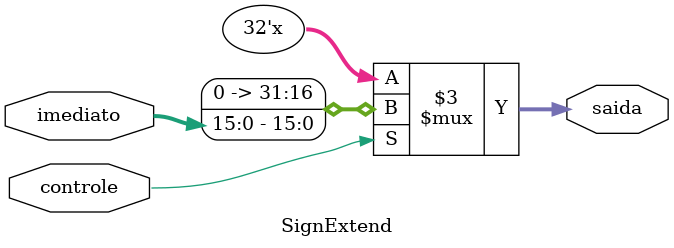
<source format=v>

module SignExtend(
	input [15:0] imediato,
	input controle,
	output reg [31:0] saida
);

	always @(*) begin
		if(controle==1)begin
      			saida[31:0] <= {{16{1'b0}},imediato[15:0]};
		end
	end
endmodule 

</source>
